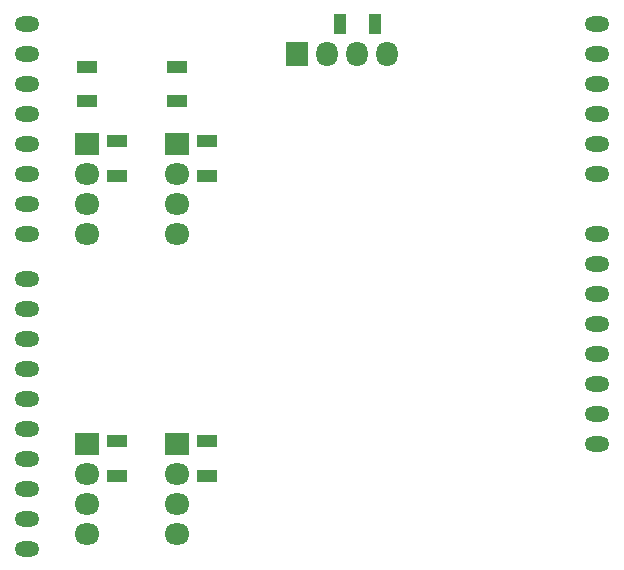
<source format=gts>
%TF.GenerationSoftware,KiCad,Pcbnew,4.0.2-stable*%
%TF.CreationDate,2016-06-06T20:31:45-04:00*%
%TF.ProjectId,Backpack,4261636B7061636B2E6B696361645F70,rev?*%
%TF.FileFunction,Soldermask,Top*%
%FSLAX46Y46*%
G04 Gerber Fmt 4.6, Leading zero omitted, Abs format (unit mm)*
G04 Created by KiCad (PCBNEW 4.0.2-stable) date 6/6/2016 8:31:45 PM*
%MOMM*%
G01*
G04 APERTURE LIST*
%ADD10C,0.127000*%
%ADD11O,2.100000X1.300000*%
%ADD12R,1.700000X1.100000*%
%ADD13R,1.100000X1.700000*%
%ADD14R,1.827200X2.132000*%
%ADD15O,1.827200X2.132000*%
%ADD16R,2.132000X1.827200*%
%ADD17O,2.132000X1.827200*%
%ADD18R,1.800000X1.000000*%
G04 APERTURE END LIST*
D10*
D11*
X53340000Y-53340000D03*
X101600000Y-88900000D03*
X101600000Y-86360000D03*
X101600000Y-83820000D03*
X101600000Y-81280000D03*
X101600000Y-78740000D03*
X101600000Y-76200000D03*
X101600000Y-73660000D03*
X101600000Y-71120000D03*
X101600000Y-66040000D03*
X101600000Y-63500000D03*
X101600000Y-60960000D03*
X101600000Y-58420000D03*
X101600000Y-55880000D03*
X101600000Y-53340000D03*
X53340000Y-97790000D03*
X53340000Y-95250000D03*
X53340000Y-92710000D03*
X53340000Y-90170000D03*
X53340000Y-87630000D03*
X53340000Y-85090000D03*
X53340000Y-82550000D03*
X53340000Y-80010000D03*
X53340000Y-77470000D03*
X53340000Y-74930000D03*
X53340000Y-71120000D03*
X53340000Y-68580000D03*
X53340000Y-66040000D03*
X53340000Y-63500000D03*
X53340000Y-60960000D03*
X53340000Y-58420000D03*
X53340000Y-55880000D03*
D12*
X60960000Y-63270000D03*
X60960000Y-66270000D03*
X68580000Y-63270000D03*
X68580000Y-66270000D03*
X68580000Y-88670000D03*
X68580000Y-91670000D03*
X60960000Y-88670000D03*
X60960000Y-91670000D03*
D13*
X79780000Y-53340000D03*
X82780000Y-53340000D03*
D14*
X76200000Y-55880000D03*
D15*
X78740000Y-55880000D03*
X81280000Y-55880000D03*
X83820000Y-55880000D03*
D16*
X58420000Y-63500000D03*
D17*
X58420000Y-66040000D03*
X58420000Y-68580000D03*
X58420000Y-71120000D03*
D16*
X66040000Y-88900000D03*
D17*
X66040000Y-91440000D03*
X66040000Y-93980000D03*
X66040000Y-96520000D03*
D16*
X66040000Y-63500000D03*
D17*
X66040000Y-66040000D03*
X66040000Y-68580000D03*
X66040000Y-71120000D03*
D16*
X58420000Y-88900000D03*
D17*
X58420000Y-91440000D03*
X58420000Y-93980000D03*
X58420000Y-96520000D03*
D18*
X58420000Y-59870000D03*
X58420000Y-56970000D03*
X66040000Y-56970000D03*
X66040000Y-59870000D03*
M02*

</source>
